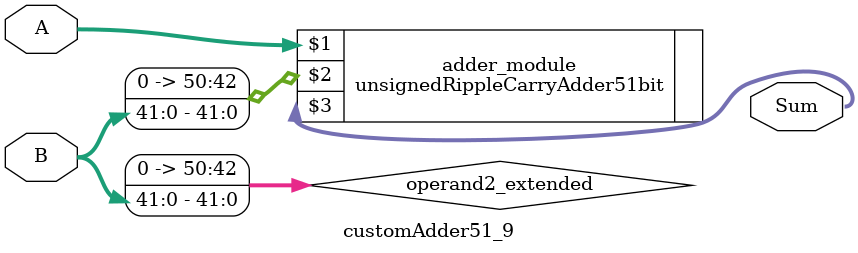
<source format=v>
module customAdder51_9(
                        input [50 : 0] A,
                        input [41 : 0] B,
                        
                        output [51 : 0] Sum
                );

        wire [50 : 0] operand2_extended;
        
        assign operand2_extended =  {9'b0, B};
        
        unsignedRippleCarryAdder51bit adder_module(
            A,
            operand2_extended,
            Sum
        );
        
        endmodule
        
</source>
